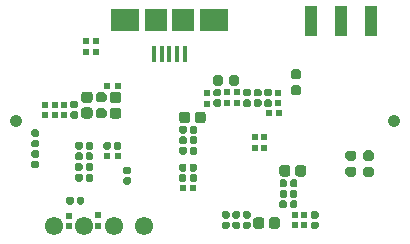
<source format=gbr>
%TF.GenerationSoftware,KiCad,Pcbnew,(5.1.6)-1*%
%TF.CreationDate,2020-08-10T23:20:37-07:00*%
%TF.ProjectId,Wire-Free-DAQ,57697265-2d46-4726-9565-2d4441512e6b,rev?*%
%TF.SameCoordinates,Original*%
%TF.FileFunction,Soldermask,Bot*%
%TF.FilePolarity,Negative*%
%FSLAX46Y46*%
G04 Gerber Fmt 4.6, Leading zero omitted, Abs format (unit mm)*
G04 Created by KiCad (PCBNEW (5.1.6)-1) date 2020-08-10 23:20:37*
%MOMM*%
%LPD*%
G01*
G04 APERTURE LIST*
%ADD10C,1.050800*%
%ADD11R,1.050800X2.550800*%
%ADD12R,0.450800X1.450800*%
%ADD13R,2.350800X1.950800*%
%ADD14R,1.850800X1.950800*%
%ADD15R,0.610800X0.540800*%
%ADD16R,0.540800X0.610800*%
%ADD17C,1.550800*%
G04 APERTURE END LIST*
D10*
%TO.C,H2*%
X119000000Y-54000000D03*
%TD*%
%TO.C,H1*%
X151000000Y-54000000D03*
%TD*%
D11*
%TO.C,J11*%
X149083000Y-45559600D03*
%TD*%
%TO.C,J10*%
X146543000Y-45559600D03*
%TD*%
%TO.C,J9*%
X144003000Y-45559600D03*
%TD*%
D12*
%TO.C,J2*%
X130688800Y-48303400D03*
X131338800Y-48303400D03*
X131988800Y-48303400D03*
X132638800Y-48303400D03*
X133288800Y-48303400D03*
D13*
X128238800Y-45453400D03*
X135738800Y-45453400D03*
D14*
X130838800Y-45453400D03*
X133138800Y-45453400D03*
%TD*%
D15*
%TO.C,R32*%
X124953000Y-47263600D03*
X124953000Y-48173600D03*
%TD*%
%TO.C,R31*%
X125765800Y-48173600D03*
X125765800Y-47263600D03*
%TD*%
%TO.C,L11*%
G36*
G01*
X127679700Y-52489700D02*
X127179300Y-52489700D01*
G75*
G02*
X126944100Y-52254500I0J235200D01*
G01*
X126944100Y-51784100D01*
G75*
G02*
X127179300Y-51548900I235200J0D01*
G01*
X127679700Y-51548900D01*
G75*
G02*
X127914900Y-51784100I0J-235200D01*
G01*
X127914900Y-52254500D01*
G75*
G02*
X127679700Y-52489700I-235200J0D01*
G01*
G37*
G36*
G01*
X127679700Y-53819700D02*
X127179300Y-53819700D01*
G75*
G02*
X126944100Y-53584500I0J235200D01*
G01*
X126944100Y-53114100D01*
G75*
G02*
X127179300Y-52878900I235200J0D01*
G01*
X127679700Y-52878900D01*
G75*
G02*
X127914900Y-53114100I0J-235200D01*
G01*
X127914900Y-53584500D01*
G75*
G02*
X127679700Y-53819700I-235200J0D01*
G01*
G37*
%TD*%
D16*
%TO.C,R30*%
X127643200Y-51033300D03*
X126733200Y-51033300D03*
%TD*%
%TO.C,R29*%
X141310600Y-53306600D03*
X140400600Y-53306600D03*
%TD*%
D15*
%TO.C,R28*%
X135214600Y-52542400D03*
X135214600Y-51632400D03*
%TD*%
%TO.C,C61*%
G36*
G01*
X126455500Y-52434700D02*
X125965100Y-52434700D01*
G75*
G02*
X125749900Y-52219500I0J215200D01*
G01*
X125749900Y-51789100D01*
G75*
G02*
X125965100Y-51573900I215200J0D01*
G01*
X126455500Y-51573900D01*
G75*
G02*
X126670700Y-51789100I0J-215200D01*
G01*
X126670700Y-52219500D01*
G75*
G02*
X126455500Y-52434700I-215200J0D01*
G01*
G37*
G36*
G01*
X126455500Y-53794700D02*
X125965100Y-53794700D01*
G75*
G02*
X125749900Y-53579500I0J215200D01*
G01*
X125749900Y-53149100D01*
G75*
G02*
X125965100Y-52933900I215200J0D01*
G01*
X126455500Y-52933900D01*
G75*
G02*
X126670700Y-53149100I0J-215200D01*
G01*
X126670700Y-53579500D01*
G75*
G02*
X126455500Y-53794700I-215200J0D01*
G01*
G37*
%TD*%
%TO.C,C60*%
G36*
G01*
X142462400Y-50990800D02*
X142952800Y-50990800D01*
G75*
G02*
X143168000Y-51206000I0J-215200D01*
G01*
X143168000Y-51636400D01*
G75*
G02*
X142952800Y-51851600I-215200J0D01*
G01*
X142462400Y-51851600D01*
G75*
G02*
X142247200Y-51636400I0J215200D01*
G01*
X142247200Y-51206000D01*
G75*
G02*
X142462400Y-50990800I215200J0D01*
G01*
G37*
G36*
G01*
X142462400Y-49630800D02*
X142952800Y-49630800D01*
G75*
G02*
X143168000Y-49846000I0J-215200D01*
G01*
X143168000Y-50276400D01*
G75*
G02*
X142952800Y-50491600I-215200J0D01*
G01*
X142462400Y-50491600D01*
G75*
G02*
X142247200Y-50276400I0J215200D01*
G01*
X142247200Y-49846000D01*
G75*
G02*
X142462400Y-49630800I215200J0D01*
G01*
G37*
%TD*%
%TO.C,C59*%
G36*
G01*
X136565200Y-50343600D02*
X136565200Y-50834000D01*
G75*
G02*
X136350000Y-51049200I-215200J0D01*
G01*
X135919600Y-51049200D01*
G75*
G02*
X135704400Y-50834000I0J215200D01*
G01*
X135704400Y-50343600D01*
G75*
G02*
X135919600Y-50128400I215200J0D01*
G01*
X136350000Y-50128400D01*
G75*
G02*
X136565200Y-50343600I0J-215200D01*
G01*
G37*
G36*
G01*
X137925200Y-50343600D02*
X137925200Y-50834000D01*
G75*
G02*
X137710000Y-51049200I-215200J0D01*
G01*
X137279600Y-51049200D01*
G75*
G02*
X137064400Y-50834000I0J215200D01*
G01*
X137064400Y-50343600D01*
G75*
G02*
X137279600Y-50128400I215200J0D01*
G01*
X137710000Y-50128400D01*
G75*
G02*
X137925200Y-50343600I0J-215200D01*
G01*
G37*
%TD*%
D16*
%TO.C,R27*%
X127617800Y-56964200D03*
X126707800Y-56964200D03*
%TD*%
%TO.C,C58*%
G36*
G01*
X127033200Y-55943300D02*
X127033200Y-56308700D01*
G75*
G02*
X126875500Y-56466400I-157700J0D01*
G01*
X126560100Y-56466400D01*
G75*
G02*
X126402400Y-56308700I0J157700D01*
G01*
X126402400Y-55943300D01*
G75*
G02*
X126560100Y-55785600I157700J0D01*
G01*
X126875500Y-55785600D01*
G75*
G02*
X127033200Y-55943300I0J-157700D01*
G01*
G37*
G36*
G01*
X127923200Y-55943300D02*
X127923200Y-56308700D01*
G75*
G02*
X127765500Y-56466400I-157700J0D01*
G01*
X127450100Y-56466400D01*
G75*
G02*
X127292400Y-56308700I0J157700D01*
G01*
X127292400Y-55943300D01*
G75*
G02*
X127450100Y-55785600I157700J0D01*
G01*
X127765500Y-55785600D01*
G75*
G02*
X127923200Y-55943300I0J-157700D01*
G01*
G37*
%TD*%
D15*
%TO.C,R3*%
X121447800Y-52623000D03*
X121447800Y-53533000D03*
%TD*%
%TO.C,R2*%
X122286000Y-52623000D03*
X122286000Y-53533000D03*
%TD*%
%TO.C,R1*%
X123073400Y-52623000D03*
X123073400Y-53533000D03*
%TD*%
%TO.C,R20*%
X140012660Y-55391600D03*
X140012660Y-56301600D03*
%TD*%
%TO.C,R18*%
X139202400Y-55391600D03*
X139202400Y-56301600D03*
%TD*%
%TO.C,R21*%
X125984000Y-62003600D03*
X125984000Y-62913600D03*
%TD*%
%TO.C,R19*%
X123469400Y-62029000D03*
X123469400Y-62939000D03*
%TD*%
D16*
%TO.C,R14*%
X134018600Y-59682000D03*
X133108600Y-59682000D03*
%TD*%
D15*
%TO.C,R13*%
X141183600Y-51607000D03*
X141183600Y-52517000D03*
%TD*%
%TO.C,R11*%
X143418800Y-62854800D03*
X143418800Y-61944800D03*
%TD*%
%TO.C,R10*%
X142606000Y-61944800D03*
X142606000Y-62854800D03*
%TD*%
%TO.C,R7*%
X137703800Y-52491600D03*
X137703800Y-51581600D03*
%TD*%
%TO.C,R6*%
X136891000Y-52491600D03*
X136891000Y-51581600D03*
%TD*%
%TO.C,L9*%
G36*
G01*
X124753600Y-52866200D02*
X125254000Y-52866200D01*
G75*
G02*
X125489200Y-53101400I0J-235200D01*
G01*
X125489200Y-53571800D01*
G75*
G02*
X125254000Y-53807000I-235200J0D01*
G01*
X124753600Y-53807000D01*
G75*
G02*
X124518400Y-53571800I0J235200D01*
G01*
X124518400Y-53101400D01*
G75*
G02*
X124753600Y-52866200I235200J0D01*
G01*
G37*
G36*
G01*
X124753600Y-51536200D02*
X125254000Y-51536200D01*
G75*
G02*
X125489200Y-51771400I0J-235200D01*
G01*
X125489200Y-52241800D01*
G75*
G02*
X125254000Y-52477000I-235200J0D01*
G01*
X124753600Y-52477000D01*
G75*
G02*
X124518400Y-52241800I0J235200D01*
G01*
X124518400Y-51771400D01*
G75*
G02*
X124753600Y-51536200I235200J0D01*
G01*
G37*
%TD*%
%TO.C,L3*%
G36*
G01*
X133750000Y-53462800D02*
X133750000Y-53963200D01*
G75*
G02*
X133514800Y-54198400I-235200J0D01*
G01*
X133044400Y-54198400D01*
G75*
G02*
X132809200Y-53963200I0J235200D01*
G01*
X132809200Y-53462800D01*
G75*
G02*
X133044400Y-53227600I235200J0D01*
G01*
X133514800Y-53227600D01*
G75*
G02*
X133750000Y-53462800I0J-235200D01*
G01*
G37*
G36*
G01*
X135080000Y-53462800D02*
X135080000Y-53963200D01*
G75*
G02*
X134844800Y-54198400I-235200J0D01*
G01*
X134374400Y-54198400D01*
G75*
G02*
X134139200Y-53963200I0J235200D01*
G01*
X134139200Y-53462800D01*
G75*
G02*
X134374400Y-53227600I235200J0D01*
G01*
X134844800Y-53227600D01*
G75*
G02*
X135080000Y-53462800I0J-235200D01*
G01*
G37*
%TD*%
%TO.C,L2*%
G36*
G01*
X140023800Y-62403600D02*
X140023800Y-62904000D01*
G75*
G02*
X139788600Y-63139200I-235200J0D01*
G01*
X139318200Y-63139200D01*
G75*
G02*
X139083000Y-62904000I0J235200D01*
G01*
X139083000Y-62403600D01*
G75*
G02*
X139318200Y-62168400I235200J0D01*
G01*
X139788600Y-62168400D01*
G75*
G02*
X140023800Y-62403600I0J-235200D01*
G01*
G37*
G36*
G01*
X141353800Y-62403600D02*
X141353800Y-62904000D01*
G75*
G02*
X141118600Y-63139200I-235200J0D01*
G01*
X140648200Y-63139200D01*
G75*
G02*
X140413000Y-62904000I0J235200D01*
G01*
X140413000Y-62403600D01*
G75*
G02*
X140648200Y-62168400I235200J0D01*
G01*
X141118600Y-62168400D01*
G75*
G02*
X141353800Y-62403600I0J-235200D01*
G01*
G37*
%TD*%
%TO.C,L1*%
G36*
G01*
X142233600Y-57984000D02*
X142233600Y-58484400D01*
G75*
G02*
X141998400Y-58719600I-235200J0D01*
G01*
X141528000Y-58719600D01*
G75*
G02*
X141292800Y-58484400I0J235200D01*
G01*
X141292800Y-57984000D01*
G75*
G02*
X141528000Y-57748800I235200J0D01*
G01*
X141998400Y-57748800D01*
G75*
G02*
X142233600Y-57984000I0J-235200D01*
G01*
G37*
G36*
G01*
X143563600Y-57984000D02*
X143563600Y-58484400D01*
G75*
G02*
X143328400Y-58719600I-235200J0D01*
G01*
X142858000Y-58719600D01*
G75*
G02*
X142622800Y-58484400I0J235200D01*
G01*
X142622800Y-57984000D01*
G75*
G02*
X142858000Y-57748800I235200J0D01*
G01*
X143328400Y-57748800D01*
G75*
G02*
X143563600Y-57984000I0J-235200D01*
G01*
G37*
%TD*%
D17*
%TO.C,J7*%
X129804400Y-62882400D03*
%TD*%
%TO.C,J6*%
X127264400Y-62882400D03*
%TD*%
%TO.C,J5*%
X124724400Y-62882400D03*
%TD*%
%TO.C,J4*%
X122184400Y-62882400D03*
%TD*%
%TO.C,C57*%
G36*
G01*
X123883600Y-60566100D02*
X123883600Y-60931500D01*
G75*
G02*
X123725900Y-61089200I-157700J0D01*
G01*
X123410500Y-61089200D01*
G75*
G02*
X123252800Y-60931500I0J157700D01*
G01*
X123252800Y-60566100D01*
G75*
G02*
X123410500Y-60408400I157700J0D01*
G01*
X123725900Y-60408400D01*
G75*
G02*
X123883600Y-60566100I0J-157700D01*
G01*
G37*
G36*
G01*
X124773600Y-60566100D02*
X124773600Y-60931500D01*
G75*
G02*
X124615900Y-61089200I-157700J0D01*
G01*
X124300500Y-61089200D01*
G75*
G02*
X124142800Y-60931500I0J157700D01*
G01*
X124142800Y-60566100D01*
G75*
G02*
X124300500Y-60408400I157700J0D01*
G01*
X124615900Y-60408400D01*
G75*
G02*
X124773600Y-60566100I0J-157700D01*
G01*
G37*
%TD*%
%TO.C,C56*%
G36*
G01*
X120817700Y-55361400D02*
X120452300Y-55361400D01*
G75*
G02*
X120294600Y-55203700I0J157700D01*
G01*
X120294600Y-54888300D01*
G75*
G02*
X120452300Y-54730600I157700J0D01*
G01*
X120817700Y-54730600D01*
G75*
G02*
X120975400Y-54888300I0J-157700D01*
G01*
X120975400Y-55203700D01*
G75*
G02*
X120817700Y-55361400I-157700J0D01*
G01*
G37*
G36*
G01*
X120817700Y-56251400D02*
X120452300Y-56251400D01*
G75*
G02*
X120294600Y-56093700I0J157700D01*
G01*
X120294600Y-55778300D01*
G75*
G02*
X120452300Y-55620600I157700J0D01*
G01*
X120817700Y-55620600D01*
G75*
G02*
X120975400Y-55778300I0J-157700D01*
G01*
X120975400Y-56093700D01*
G75*
G02*
X120817700Y-56251400I-157700J0D01*
G01*
G37*
%TD*%
%TO.C,C55*%
G36*
G01*
X124635200Y-57729300D02*
X124635200Y-58094700D01*
G75*
G02*
X124477500Y-58252400I-157700J0D01*
G01*
X124162100Y-58252400D01*
G75*
G02*
X124004400Y-58094700I0J157700D01*
G01*
X124004400Y-57729300D01*
G75*
G02*
X124162100Y-57571600I157700J0D01*
G01*
X124477500Y-57571600D01*
G75*
G02*
X124635200Y-57729300I0J-157700D01*
G01*
G37*
G36*
G01*
X125525200Y-57729300D02*
X125525200Y-58094700D01*
G75*
G02*
X125367500Y-58252400I-157700J0D01*
G01*
X125052100Y-58252400D01*
G75*
G02*
X124894400Y-58094700I0J157700D01*
G01*
X124894400Y-57729300D01*
G75*
G02*
X125052100Y-57571600I157700J0D01*
G01*
X125367500Y-57571600D01*
G75*
G02*
X125525200Y-57729300I0J-157700D01*
G01*
G37*
%TD*%
%TO.C,C52*%
G36*
G01*
X124645600Y-58635700D02*
X124645600Y-59001100D01*
G75*
G02*
X124487900Y-59158800I-157700J0D01*
G01*
X124172500Y-59158800D01*
G75*
G02*
X124014800Y-59001100I0J157700D01*
G01*
X124014800Y-58635700D01*
G75*
G02*
X124172500Y-58478000I157700J0D01*
G01*
X124487900Y-58478000D01*
G75*
G02*
X124645600Y-58635700I0J-157700D01*
G01*
G37*
G36*
G01*
X125535600Y-58635700D02*
X125535600Y-59001100D01*
G75*
G02*
X125377900Y-59158800I-157700J0D01*
G01*
X125062500Y-59158800D01*
G75*
G02*
X124904800Y-59001100I0J157700D01*
G01*
X124904800Y-58635700D01*
G75*
G02*
X125062500Y-58478000I157700J0D01*
G01*
X125377900Y-58478000D01*
G75*
G02*
X125535600Y-58635700I0J-157700D01*
G01*
G37*
%TD*%
%TO.C,C51*%
G36*
G01*
X124647400Y-55925900D02*
X124647400Y-56291300D01*
G75*
G02*
X124489700Y-56449000I-157700J0D01*
G01*
X124174300Y-56449000D01*
G75*
G02*
X124016600Y-56291300I0J157700D01*
G01*
X124016600Y-55925900D01*
G75*
G02*
X124174300Y-55768200I157700J0D01*
G01*
X124489700Y-55768200D01*
G75*
G02*
X124647400Y-55925900I0J-157700D01*
G01*
G37*
G36*
G01*
X125537400Y-55925900D02*
X125537400Y-56291300D01*
G75*
G02*
X125379700Y-56449000I-157700J0D01*
G01*
X125064300Y-56449000D01*
G75*
G02*
X124906600Y-56291300I0J157700D01*
G01*
X124906600Y-55925900D01*
G75*
G02*
X125064300Y-55768200I157700J0D01*
G01*
X125379700Y-55768200D01*
G75*
G02*
X125537400Y-55925900I0J-157700D01*
G01*
G37*
%TD*%
%TO.C,C50*%
G36*
G01*
X128590100Y-58511000D02*
X128224700Y-58511000D01*
G75*
G02*
X128067000Y-58353300I0J157700D01*
G01*
X128067000Y-58037900D01*
G75*
G02*
X128224700Y-57880200I157700J0D01*
G01*
X128590100Y-57880200D01*
G75*
G02*
X128747800Y-58037900I0J-157700D01*
G01*
X128747800Y-58353300D01*
G75*
G02*
X128590100Y-58511000I-157700J0D01*
G01*
G37*
G36*
G01*
X128590100Y-59401000D02*
X128224700Y-59401000D01*
G75*
G02*
X128067000Y-59243300I0J157700D01*
G01*
X128067000Y-58927900D01*
G75*
G02*
X128224700Y-58770200I157700J0D01*
G01*
X128590100Y-58770200D01*
G75*
G02*
X128747800Y-58927900I0J-157700D01*
G01*
X128747800Y-59243300D01*
G75*
G02*
X128590100Y-59401000I-157700J0D01*
G01*
G37*
%TD*%
%TO.C,C49*%
G36*
G01*
X120452300Y-57373200D02*
X120817700Y-57373200D01*
G75*
G02*
X120975400Y-57530900I0J-157700D01*
G01*
X120975400Y-57846300D01*
G75*
G02*
X120817700Y-58004000I-157700J0D01*
G01*
X120452300Y-58004000D01*
G75*
G02*
X120294600Y-57846300I0J157700D01*
G01*
X120294600Y-57530900D01*
G75*
G02*
X120452300Y-57373200I157700J0D01*
G01*
G37*
G36*
G01*
X120452300Y-56483200D02*
X120817700Y-56483200D01*
G75*
G02*
X120975400Y-56640900I0J-157700D01*
G01*
X120975400Y-56956300D01*
G75*
G02*
X120817700Y-57114000I-157700J0D01*
G01*
X120452300Y-57114000D01*
G75*
G02*
X120294600Y-56956300I0J157700D01*
G01*
X120294600Y-56640900D01*
G75*
G02*
X120452300Y-56483200I157700J0D01*
G01*
G37*
%TD*%
%TO.C,C48*%
G36*
G01*
X124634700Y-56827600D02*
X124634700Y-57193000D01*
G75*
G02*
X124477000Y-57350700I-157700J0D01*
G01*
X124161600Y-57350700D01*
G75*
G02*
X124003900Y-57193000I0J157700D01*
G01*
X124003900Y-56827600D01*
G75*
G02*
X124161600Y-56669900I157700J0D01*
G01*
X124477000Y-56669900D01*
G75*
G02*
X124634700Y-56827600I0J-157700D01*
G01*
G37*
G36*
G01*
X125524700Y-56827600D02*
X125524700Y-57193000D01*
G75*
G02*
X125367000Y-57350700I-157700J0D01*
G01*
X125051600Y-57350700D01*
G75*
G02*
X124893900Y-57193000I0J157700D01*
G01*
X124893900Y-56827600D01*
G75*
G02*
X125051600Y-56669900I157700J0D01*
G01*
X125367000Y-56669900D01*
G75*
G02*
X125524700Y-56827600I0J-157700D01*
G01*
G37*
%TD*%
%TO.C,C46*%
G36*
G01*
X124119700Y-52923000D02*
X123754300Y-52923000D01*
G75*
G02*
X123596600Y-52765300I0J157700D01*
G01*
X123596600Y-52449900D01*
G75*
G02*
X123754300Y-52292200I157700J0D01*
G01*
X124119700Y-52292200D01*
G75*
G02*
X124277400Y-52449900I0J-157700D01*
G01*
X124277400Y-52765300D01*
G75*
G02*
X124119700Y-52923000I-157700J0D01*
G01*
G37*
G36*
G01*
X124119700Y-53813000D02*
X123754300Y-53813000D01*
G75*
G02*
X123596600Y-53655300I0J157700D01*
G01*
X123596600Y-53339900D01*
G75*
G02*
X123754300Y-53182200I157700J0D01*
G01*
X124119700Y-53182200D01*
G75*
G02*
X124277400Y-53339900I0J-157700D01*
G01*
X124277400Y-53655300D01*
G75*
G02*
X124119700Y-53813000I-157700J0D01*
G01*
G37*
%TD*%
%TO.C,C41*%
G36*
G01*
X148606400Y-57869700D02*
X149096800Y-57869700D01*
G75*
G02*
X149312000Y-58084900I0J-215200D01*
G01*
X149312000Y-58515300D01*
G75*
G02*
X149096800Y-58730500I-215200J0D01*
G01*
X148606400Y-58730500D01*
G75*
G02*
X148391200Y-58515300I0J215200D01*
G01*
X148391200Y-58084900D01*
G75*
G02*
X148606400Y-57869700I215200J0D01*
G01*
G37*
G36*
G01*
X148606400Y-56509700D02*
X149096800Y-56509700D01*
G75*
G02*
X149312000Y-56724900I0J-215200D01*
G01*
X149312000Y-57155300D01*
G75*
G02*
X149096800Y-57370500I-215200J0D01*
G01*
X148606400Y-57370500D01*
G75*
G02*
X148391200Y-57155300I0J215200D01*
G01*
X148391200Y-56724900D01*
G75*
G02*
X148606400Y-56509700I215200J0D01*
G01*
G37*
%TD*%
%TO.C,C37*%
G36*
G01*
X147115200Y-57887900D02*
X147605600Y-57887900D01*
G75*
G02*
X147820800Y-58103100I0J-215200D01*
G01*
X147820800Y-58533500D01*
G75*
G02*
X147605600Y-58748700I-215200J0D01*
G01*
X147115200Y-58748700D01*
G75*
G02*
X146900000Y-58533500I0J215200D01*
G01*
X146900000Y-58103100D01*
G75*
G02*
X147115200Y-57887900I215200J0D01*
G01*
G37*
G36*
G01*
X147115200Y-56527900D02*
X147605600Y-56527900D01*
G75*
G02*
X147820800Y-56743100I0J-215200D01*
G01*
X147820800Y-57173500D01*
G75*
G02*
X147605600Y-57388700I-215200J0D01*
G01*
X147115200Y-57388700D01*
G75*
G02*
X146900000Y-57173500I0J215200D01*
G01*
X146900000Y-56743100D01*
G75*
G02*
X147115200Y-56527900I215200J0D01*
G01*
G37*
%TD*%
%TO.C,C33*%
G36*
G01*
X133459400Y-56349700D02*
X133459400Y-56715100D01*
G75*
G02*
X133301700Y-56872800I-157700J0D01*
G01*
X132986300Y-56872800D01*
G75*
G02*
X132828600Y-56715100I0J157700D01*
G01*
X132828600Y-56349700D01*
G75*
G02*
X132986300Y-56192000I157700J0D01*
G01*
X133301700Y-56192000D01*
G75*
G02*
X133459400Y-56349700I0J-157700D01*
G01*
G37*
G36*
G01*
X134349400Y-56349700D02*
X134349400Y-56715100D01*
G75*
G02*
X134191700Y-56872800I-157700J0D01*
G01*
X133876300Y-56872800D01*
G75*
G02*
X133718600Y-56715100I0J157700D01*
G01*
X133718600Y-56349700D01*
G75*
G02*
X133876300Y-56192000I157700J0D01*
G01*
X134191700Y-56192000D01*
G75*
G02*
X134349400Y-56349700I0J-157700D01*
G01*
G37*
%TD*%
%TO.C,C32*%
G36*
G01*
X138724700Y-62270200D02*
X138359300Y-62270200D01*
G75*
G02*
X138201600Y-62112500I0J157700D01*
G01*
X138201600Y-61797100D01*
G75*
G02*
X138359300Y-61639400I157700J0D01*
G01*
X138724700Y-61639400D01*
G75*
G02*
X138882400Y-61797100I0J-157700D01*
G01*
X138882400Y-62112500D01*
G75*
G02*
X138724700Y-62270200I-157700J0D01*
G01*
G37*
G36*
G01*
X138724700Y-63160200D02*
X138359300Y-63160200D01*
G75*
G02*
X138201600Y-63002500I0J157700D01*
G01*
X138201600Y-62687100D01*
G75*
G02*
X138359300Y-62529400I157700J0D01*
G01*
X138724700Y-62529400D01*
G75*
G02*
X138882400Y-62687100I0J-157700D01*
G01*
X138882400Y-63002500D01*
G75*
G02*
X138724700Y-63160200I-157700J0D01*
G01*
G37*
%TD*%
%TO.C,C31*%
G36*
G01*
X141943000Y-60007300D02*
X141943000Y-60372700D01*
G75*
G02*
X141785300Y-60530400I-157700J0D01*
G01*
X141469900Y-60530400D01*
G75*
G02*
X141312200Y-60372700I0J157700D01*
G01*
X141312200Y-60007300D01*
G75*
G02*
X141469900Y-59849600I157700J0D01*
G01*
X141785300Y-59849600D01*
G75*
G02*
X141943000Y-60007300I0J-157700D01*
G01*
G37*
G36*
G01*
X142833000Y-60007300D02*
X142833000Y-60372700D01*
G75*
G02*
X142675300Y-60530400I-157700J0D01*
G01*
X142359900Y-60530400D01*
G75*
G02*
X142202200Y-60372700I0J157700D01*
G01*
X142202200Y-60007300D01*
G75*
G02*
X142359900Y-59849600I157700J0D01*
G01*
X142675300Y-59849600D01*
G75*
G02*
X142833000Y-60007300I0J-157700D01*
G01*
G37*
%TD*%
%TO.C,C29*%
G36*
G01*
X133434000Y-58661100D02*
X133434000Y-59026500D01*
G75*
G02*
X133276300Y-59184200I-157700J0D01*
G01*
X132960900Y-59184200D01*
G75*
G02*
X132803200Y-59026500I0J157700D01*
G01*
X132803200Y-58661100D01*
G75*
G02*
X132960900Y-58503400I157700J0D01*
G01*
X133276300Y-58503400D01*
G75*
G02*
X133434000Y-58661100I0J-157700D01*
G01*
G37*
G36*
G01*
X134324000Y-58661100D02*
X134324000Y-59026500D01*
G75*
G02*
X134166300Y-59184200I-157700J0D01*
G01*
X133850900Y-59184200D01*
G75*
G02*
X133693200Y-59026500I0J157700D01*
G01*
X133693200Y-58661100D01*
G75*
G02*
X133850900Y-58503400I157700J0D01*
G01*
X134166300Y-58503400D01*
G75*
G02*
X134324000Y-58661100I0J-157700D01*
G01*
G37*
%TD*%
%TO.C,C28*%
G36*
G01*
X140162700Y-52191600D02*
X140528100Y-52191600D01*
G75*
G02*
X140685800Y-52349300I0J-157700D01*
G01*
X140685800Y-52664700D01*
G75*
G02*
X140528100Y-52822400I-157700J0D01*
G01*
X140162700Y-52822400D01*
G75*
G02*
X140005000Y-52664700I0J157700D01*
G01*
X140005000Y-52349300D01*
G75*
G02*
X140162700Y-52191600I157700J0D01*
G01*
G37*
G36*
G01*
X140162700Y-51301600D02*
X140528100Y-51301600D01*
G75*
G02*
X140685800Y-51459300I0J-157700D01*
G01*
X140685800Y-51774700D01*
G75*
G02*
X140528100Y-51932400I-157700J0D01*
G01*
X140162700Y-51932400D01*
G75*
G02*
X140005000Y-51774700I0J157700D01*
G01*
X140005000Y-51459300D01*
G75*
G02*
X140162700Y-51301600I157700J0D01*
G01*
G37*
%TD*%
%TO.C,C26*%
G36*
G01*
X133459400Y-55460700D02*
X133459400Y-55826100D01*
G75*
G02*
X133301700Y-55983800I-157700J0D01*
G01*
X132986300Y-55983800D01*
G75*
G02*
X132828600Y-55826100I0J157700D01*
G01*
X132828600Y-55460700D01*
G75*
G02*
X132986300Y-55303000I157700J0D01*
G01*
X133301700Y-55303000D01*
G75*
G02*
X133459400Y-55460700I0J-157700D01*
G01*
G37*
G36*
G01*
X134349400Y-55460700D02*
X134349400Y-55826100D01*
G75*
G02*
X134191700Y-55983800I-157700J0D01*
G01*
X133876300Y-55983800D01*
G75*
G02*
X133718600Y-55826100I0J157700D01*
G01*
X133718600Y-55460700D01*
G75*
G02*
X133876300Y-55303000I157700J0D01*
G01*
X134191700Y-55303000D01*
G75*
G02*
X134349400Y-55460700I0J-157700D01*
G01*
G37*
%TD*%
%TO.C,C25*%
G36*
G01*
X137835700Y-62270200D02*
X137470300Y-62270200D01*
G75*
G02*
X137312600Y-62112500I0J157700D01*
G01*
X137312600Y-61797100D01*
G75*
G02*
X137470300Y-61639400I157700J0D01*
G01*
X137835700Y-61639400D01*
G75*
G02*
X137993400Y-61797100I0J-157700D01*
G01*
X137993400Y-62112500D01*
G75*
G02*
X137835700Y-62270200I-157700J0D01*
G01*
G37*
G36*
G01*
X137835700Y-63160200D02*
X137470300Y-63160200D01*
G75*
G02*
X137312600Y-63002500I0J157700D01*
G01*
X137312600Y-62687100D01*
G75*
G02*
X137470300Y-62529400I157700J0D01*
G01*
X137835700Y-62529400D01*
G75*
G02*
X137993400Y-62687100I0J-157700D01*
G01*
X137993400Y-63002500D01*
G75*
G02*
X137835700Y-63160200I-157700J0D01*
G01*
G37*
%TD*%
%TO.C,C24*%
G36*
G01*
X141943000Y-59118300D02*
X141943000Y-59483700D01*
G75*
G02*
X141785300Y-59641400I-157700J0D01*
G01*
X141469900Y-59641400D01*
G75*
G02*
X141312200Y-59483700I0J157700D01*
G01*
X141312200Y-59118300D01*
G75*
G02*
X141469900Y-58960600I157700J0D01*
G01*
X141785300Y-58960600D01*
G75*
G02*
X141943000Y-59118300I0J-157700D01*
G01*
G37*
G36*
G01*
X142833000Y-59118300D02*
X142833000Y-59483700D01*
G75*
G02*
X142675300Y-59641400I-157700J0D01*
G01*
X142359900Y-59641400D01*
G75*
G02*
X142202200Y-59483700I0J157700D01*
G01*
X142202200Y-59118300D01*
G75*
G02*
X142359900Y-58960600I157700J0D01*
G01*
X142675300Y-58960600D01*
G75*
G02*
X142833000Y-59118300I0J-157700D01*
G01*
G37*
%TD*%
%TO.C,C22*%
G36*
G01*
X133434000Y-57772100D02*
X133434000Y-58137500D01*
G75*
G02*
X133276300Y-58295200I-157700J0D01*
G01*
X132960900Y-58295200D01*
G75*
G02*
X132803200Y-58137500I0J157700D01*
G01*
X132803200Y-57772100D01*
G75*
G02*
X132960900Y-57614400I157700J0D01*
G01*
X133276300Y-57614400D01*
G75*
G02*
X133434000Y-57772100I0J-157700D01*
G01*
G37*
G36*
G01*
X134324000Y-57772100D02*
X134324000Y-58137500D01*
G75*
G02*
X134166300Y-58295200I-157700J0D01*
G01*
X133850900Y-58295200D01*
G75*
G02*
X133693200Y-58137500I0J157700D01*
G01*
X133693200Y-57772100D01*
G75*
G02*
X133850900Y-57614400I157700J0D01*
G01*
X134166300Y-57614400D01*
G75*
G02*
X134324000Y-57772100I0J-157700D01*
G01*
G37*
%TD*%
%TO.C,C21*%
G36*
G01*
X139273700Y-52191600D02*
X139639100Y-52191600D01*
G75*
G02*
X139796800Y-52349300I0J-157700D01*
G01*
X139796800Y-52664700D01*
G75*
G02*
X139639100Y-52822400I-157700J0D01*
G01*
X139273700Y-52822400D01*
G75*
G02*
X139116000Y-52664700I0J157700D01*
G01*
X139116000Y-52349300D01*
G75*
G02*
X139273700Y-52191600I157700J0D01*
G01*
G37*
G36*
G01*
X139273700Y-51301600D02*
X139639100Y-51301600D01*
G75*
G02*
X139796800Y-51459300I0J-157700D01*
G01*
X139796800Y-51774700D01*
G75*
G02*
X139639100Y-51932400I-157700J0D01*
G01*
X139273700Y-51932400D01*
G75*
G02*
X139116000Y-51774700I0J157700D01*
G01*
X139116000Y-51459300D01*
G75*
G02*
X139273700Y-51301600I157700J0D01*
G01*
G37*
%TD*%
%TO.C,C19*%
G36*
G01*
X133459400Y-54571700D02*
X133459400Y-54937100D01*
G75*
G02*
X133301700Y-55094800I-157700J0D01*
G01*
X132986300Y-55094800D01*
G75*
G02*
X132828600Y-54937100I0J157700D01*
G01*
X132828600Y-54571700D01*
G75*
G02*
X132986300Y-54414000I157700J0D01*
G01*
X133301700Y-54414000D01*
G75*
G02*
X133459400Y-54571700I0J-157700D01*
G01*
G37*
G36*
G01*
X134349400Y-54571700D02*
X134349400Y-54937100D01*
G75*
G02*
X134191700Y-55094800I-157700J0D01*
G01*
X133876300Y-55094800D01*
G75*
G02*
X133718600Y-54937100I0J157700D01*
G01*
X133718600Y-54571700D01*
G75*
G02*
X133876300Y-54414000I157700J0D01*
G01*
X134191700Y-54414000D01*
G75*
G02*
X134349400Y-54571700I0J-157700D01*
G01*
G37*
%TD*%
%TO.C,C18*%
G36*
G01*
X136946700Y-62270200D02*
X136581300Y-62270200D01*
G75*
G02*
X136423600Y-62112500I0J157700D01*
G01*
X136423600Y-61797100D01*
G75*
G02*
X136581300Y-61639400I157700J0D01*
G01*
X136946700Y-61639400D01*
G75*
G02*
X137104400Y-61797100I0J-157700D01*
G01*
X137104400Y-62112500D01*
G75*
G02*
X136946700Y-62270200I-157700J0D01*
G01*
G37*
G36*
G01*
X136946700Y-63160200D02*
X136581300Y-63160200D01*
G75*
G02*
X136423600Y-63002500I0J157700D01*
G01*
X136423600Y-62687100D01*
G75*
G02*
X136581300Y-62529400I157700J0D01*
G01*
X136946700Y-62529400D01*
G75*
G02*
X137104400Y-62687100I0J-157700D01*
G01*
X137104400Y-63002500D01*
G75*
G02*
X136946700Y-63160200I-157700J0D01*
G01*
G37*
%TD*%
%TO.C,C17*%
G36*
G01*
X141930800Y-60896300D02*
X141930800Y-61261700D01*
G75*
G02*
X141773100Y-61419400I-157700J0D01*
G01*
X141457700Y-61419400D01*
G75*
G02*
X141300000Y-61261700I0J157700D01*
G01*
X141300000Y-60896300D01*
G75*
G02*
X141457700Y-60738600I157700J0D01*
G01*
X141773100Y-60738600D01*
G75*
G02*
X141930800Y-60896300I0J-157700D01*
G01*
G37*
G36*
G01*
X142820800Y-60896300D02*
X142820800Y-61261700D01*
G75*
G02*
X142663100Y-61419400I-157700J0D01*
G01*
X142347700Y-61419400D01*
G75*
G02*
X142190000Y-61261700I0J157700D01*
G01*
X142190000Y-60896300D01*
G75*
G02*
X142347700Y-60738600I157700J0D01*
G01*
X142663100Y-60738600D01*
G75*
G02*
X142820800Y-60896300I0J-157700D01*
G01*
G37*
%TD*%
%TO.C,C16*%
G36*
G01*
X135870100Y-52191600D02*
X136235500Y-52191600D01*
G75*
G02*
X136393200Y-52349300I0J-157700D01*
G01*
X136393200Y-52664700D01*
G75*
G02*
X136235500Y-52822400I-157700J0D01*
G01*
X135870100Y-52822400D01*
G75*
G02*
X135712400Y-52664700I0J157700D01*
G01*
X135712400Y-52349300D01*
G75*
G02*
X135870100Y-52191600I157700J0D01*
G01*
G37*
G36*
G01*
X135870100Y-51301600D02*
X136235500Y-51301600D01*
G75*
G02*
X136393200Y-51459300I0J-157700D01*
G01*
X136393200Y-51774700D01*
G75*
G02*
X136235500Y-51932400I-157700J0D01*
G01*
X135870100Y-51932400D01*
G75*
G02*
X135712400Y-51774700I0J157700D01*
G01*
X135712400Y-51459300D01*
G75*
G02*
X135870100Y-51301600I157700J0D01*
G01*
G37*
%TD*%
%TO.C,C14*%
G36*
G01*
X138384700Y-52191600D02*
X138750100Y-52191600D01*
G75*
G02*
X138907800Y-52349300I0J-157700D01*
G01*
X138907800Y-52664700D01*
G75*
G02*
X138750100Y-52822400I-157700J0D01*
G01*
X138384700Y-52822400D01*
G75*
G02*
X138227000Y-52664700I0J157700D01*
G01*
X138227000Y-52349300D01*
G75*
G02*
X138384700Y-52191600I157700J0D01*
G01*
G37*
G36*
G01*
X138384700Y-51301600D02*
X138750100Y-51301600D01*
G75*
G02*
X138907800Y-51459300I0J-157700D01*
G01*
X138907800Y-51774700D01*
G75*
G02*
X138750100Y-51932400I-157700J0D01*
G01*
X138384700Y-51932400D01*
G75*
G02*
X138227000Y-51774700I0J157700D01*
G01*
X138227000Y-51459300D01*
G75*
G02*
X138384700Y-51301600I157700J0D01*
G01*
G37*
%TD*%
%TO.C,C5*%
G36*
G01*
X144465100Y-62270200D02*
X144099700Y-62270200D01*
G75*
G02*
X143942000Y-62112500I0J157700D01*
G01*
X143942000Y-61797100D01*
G75*
G02*
X144099700Y-61639400I157700J0D01*
G01*
X144465100Y-61639400D01*
G75*
G02*
X144622800Y-61797100I0J-157700D01*
G01*
X144622800Y-62112500D01*
G75*
G02*
X144465100Y-62270200I-157700J0D01*
G01*
G37*
G36*
G01*
X144465100Y-63160200D02*
X144099700Y-63160200D01*
G75*
G02*
X143942000Y-63002500I0J157700D01*
G01*
X143942000Y-62687100D01*
G75*
G02*
X144099700Y-62529400I157700J0D01*
G01*
X144465100Y-62529400D01*
G75*
G02*
X144622800Y-62687100I0J-157700D01*
G01*
X144622800Y-63002500D01*
G75*
G02*
X144465100Y-63160200I-157700J0D01*
G01*
G37*
%TD*%
M02*

</source>
